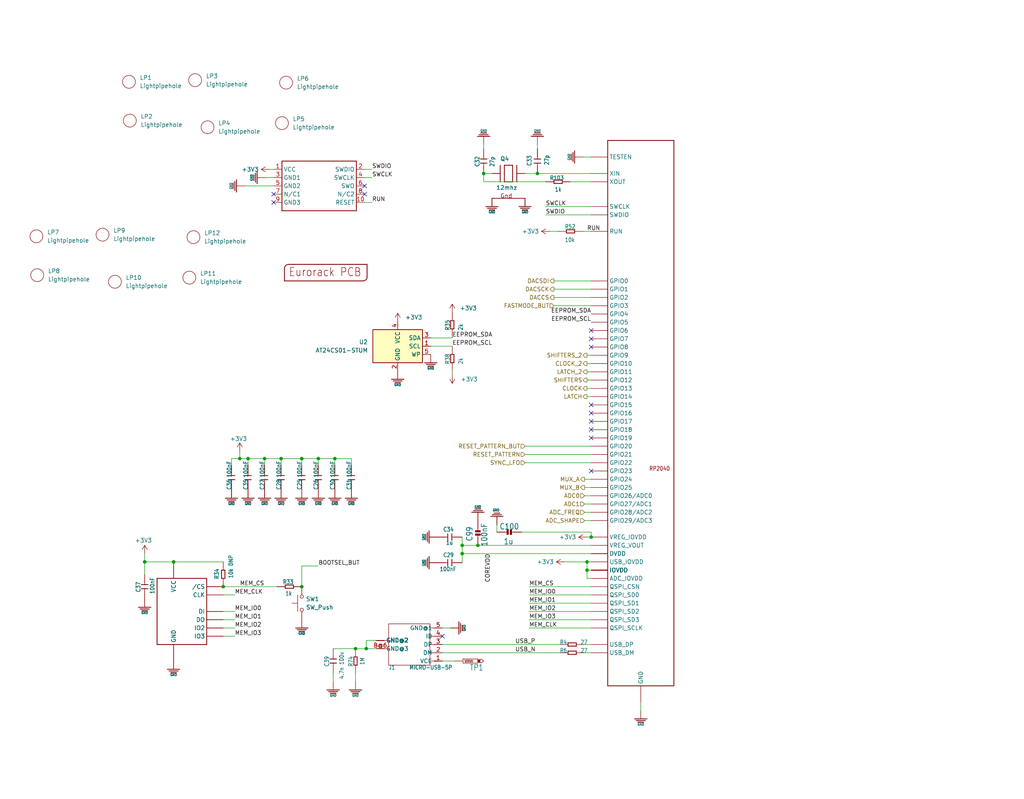
<source format=kicad_sch>
(kicad_sch (version 20211123) (generator eeschema)
  (paper "User" 314.579 245.694)
  (lib_symbols
    (symbol "Memory_EEPROM:AT24CS01-STUM"
      (property "Reference" "U" (at -7.62 6.35 0))
      (property "Value" "AT24CS01-STUM" (at 2.54 -6.35 0))
      (symbol "AT24CS01-STUM_1_1"
        (rectangle (start -7.62 5.08) (end 7.62 -5.08) (stroke (width 0.254)) (fill (type background)))
        (pin input line (at 10.16 0 180) (length 2.54) (name "SCL") (number "1"))
        (pin power_in line (at 0 -7.62 90) (length 2.54) (name "GND") (number "2"))
        (pin bidirectional line (at 10.16 2.54 180) (length 2.54) (name "SDA") (number "3"))
        (pin power_in line (at 0 7.62 270) (length 2.54) (name "VCC") (number "4"))
        (pin input line (at 10.16 -2.54 180) (length 2.54) (name "WP") (number "5"))
      )
    )
    (symbol "PTR1B1,27_1"
      (property "Reference" "TP" (at -1.016 -6.35 90))
      (symbol "PTR1B1,27_1_1_0"
        (rectangle (start -0.381 -5.207) (end 0.381 -4.572) (fill (type outline)))
        (polyline (pts (xy -0.635 0) (xy -0.635 -4.572)) (stroke (width 0.1524)))
        (polyline (pts (xy -0.508 -5.715) (xy 0 -6.35)) (stroke (width 0.1524)))
        (polyline (pts (xy -0.508 -5.207) (xy -0.508 -5.715)) (stroke (width 0.1524)))
        (polyline (pts (xy -0.381 -2.794) (xy 0.381 -2.54)) (stroke (width 0.1524)))
        (polyline (pts (xy -0.381 -2.286) (xy 0.381 -2.032)) (stroke (width 0.1524)))
        (polyline (pts (xy -0.381 -1.778) (xy 0.381 -1.524)) (stroke (width 0.1524)))
        (polyline (pts (xy -0.381 -1.27) (xy 0.381 -1.016)) (stroke (width 0.1524)))
        (polyline (pts (xy -0.381 -0.762) (xy 0.381 -0.508)) (stroke (width 0.1524)))
        (polyline (pts (xy 0 -6.35) (xy 0.508 -5.715)) (stroke (width 0.1524)))
        (polyline (pts (xy 0.381 -3.048) (xy -0.381 -2.794)) (stroke (width 0.1524)))
        (polyline (pts (xy 0.381 -2.54) (xy -0.381 -2.286)) (stroke (width 0.1524)))
        (polyline (pts (xy 0.381 -2.032) (xy -0.381 -1.778)) (stroke (width 0.1524)))
        (polyline (pts (xy 0.381 -1.524) (xy -0.381 -1.27)) (stroke (width 0.1524)))
        (polyline (pts (xy 0.381 -1.016) (xy -0.381 -0.762)) (stroke (width 0.1524)))
        (polyline (pts (xy 0.508 -5.715) (xy 0.508 -5.207)) (stroke (width 0.1524)))
        (polyline (pts (xy 0.508 -5.207) (xy -0.508 -5.207)) (stroke (width 0.1524)))
        (polyline (pts (xy 0.635 -4.572) (xy -0.635 -4.572)) (stroke (width 0.1524)))
        (polyline (pts (xy 0.635 -4.572) (xy 0.635 0)) (stroke (width 0.1524)))
        (polyline (pts (xy 0.635 0) (xy -0.635 0)) (stroke (width 0.1524)))
        (pin input line (at 0 2.54 270) (length 2.54) (name "TP") (number "TP"))
      )
    )
    (symbol "Switch:SW_Push" (pin_numbers hide) (pin_names (offset 1.016) hide)
      (property "Reference" "SW" (at 1.27 2.54 0))
      (property "Value" "SW_Push" (at 0 -1.524 0))
      (symbol "SW_Push_0_1"
        (circle (center -2.032 0) (radius 0.508))
        (polyline (pts (xy 0 1.27) (xy 0 3.048)))
        (polyline (pts (xy 2.54 1.27) (xy -2.54 1.27)))
        (circle (center 2.032 0) (radius 0.508))
        (pin passive line (at -5.08 0 0) (length 2.54) (name "1") (number "1"))
        (pin passive line (at 5.08 0 180) (length 2.54) (name "2") (number "2"))
      )
    )
    (symbol "TINRS - Wobbler (pico)sch-eagle-import:C-0402"
      (property "Reference" "C" (at -3.81 0 0))
      (property "Value" "C-0402" (at 0 0 0))
      (symbol "C-0402_1_0"
        (polyline (pts (xy -1.27 0) (xy -0.635 0)) (stroke (width 0.1524)))
        (polyline (pts (xy -0.635 -1.016) (xy -0.635 0)) (stroke (width 0.254)))
        (polyline (pts (xy -0.635 0) (xy -0.635 1.016)) (stroke (width 0.254)))
        (polyline (pts (xy 0.635 0) (xy 0.635 -1.016)) (stroke (width 0.254)))
        (polyline (pts (xy 0.635 0) (xy 1.27 0)) (stroke (width 0.1524)))
        (polyline (pts (xy 0.635 1.016) (xy 0.635 0)) (stroke (width 0.254)))
        (pin passive line (at -3.81 0 0) (length 2.54) (name "1") (number "1"))
        (pin passive line (at 3.81 0 180) (length 2.54) (name "2") (number "2"))
      )
    )
    (symbol "TINRS - Wobbler (pico)sch-eagle-import:C-1206"
      (property "Reference" "C" (at -3.81 0 0))
      (property "Value" "C-1206" (at 0 0 0))
      (symbol "C-1206_1_0"
        (polyline (pts (xy -1.27 0) (xy -0.635 0)) (stroke (width 0.1524)))
        (polyline (pts (xy -0.635 -1.016) (xy -0.635 0)) (stroke (width 0.254)))
        (polyline (pts (xy -0.635 0) (xy -0.635 1.016)) (stroke (width 0.254)))
        (polyline (pts (xy 0.635 0) (xy 0.635 -1.016)) (stroke (width 0.254)))
        (polyline (pts (xy 0.635 0) (xy 1.27 0)) (stroke (width 0.1524)))
        (polyline (pts (xy 0.635 1.016) (xy 0.635 0)) (stroke (width 0.254)))
        (pin passive line (at -3.81 0 0) (length 2.54) (name "1") (number "1"))
        (pin passive line (at 3.81 0 180) (length 2.54) (name "2") (number "2"))
      )
    )
    (symbol "TINRS - Wobbler (pico)sch-eagle-import:C-EUC0402"
      (property "Reference" "C" (at 1.524 0.381 0))
      (property "Value" "C-EUC0402" (at 1.524 -4.699 0))
      (symbol "C-EUC0402_1_0"
        (rectangle (start -0.762 -2.032) (end 0.762 -1.524) (fill (type outline)))
        (rectangle (start -0.762 -1.016) (end 0.762 -0.508) (fill (type outline)))
        (polyline (pts (xy 0 -2.54) (xy 0 -2.032)) (stroke (width 0.1524)))
        (polyline (pts (xy 0 0) (xy 0 -0.508)) (stroke (width 0.1524)))
        (pin passive line (at 0 2.54 270) (length 2.54) (name "1") (number "1"))
        (pin passive line (at 0 -5.08 90) (length 2.54) (name "2") (number "2"))
      )
    )
    (symbol "TINRS - Wobbler (pico)sch-eagle-import:CORTEX_SWD"
      (symbol "CORTEX_SWD_1_0"
        (polyline (pts (xy -10.16 -7.62) (xy 12.7 -7.62)) (stroke (width 0.254)))
        (polyline (pts (xy -10.16 7.62) (xy -10.16 -7.62)) (stroke (width 0.254)))
        (polyline (pts (xy 12.7 -7.62) (xy 12.7 7.62)) (stroke (width 0.254)))
        (polyline (pts (xy 12.7 7.62) (xy -10.16 7.62)) (stroke (width 0.254)))
        (pin bidirectional line (at -12.7 5.08 0) (length 2.54) (name "VCC") (number "1"))
        (pin bidirectional line (at 15.24 -5.08 180) (length 2.54) (name "RESET") (number "10"))
        (pin bidirectional line (at 15.24 5.08 180) (length 2.54) (name "SWDIO") (number "2"))
        (pin bidirectional line (at -12.7 2.54 0) (length 2.54) (name "GND1") (number "3"))
        (pin bidirectional line (at 15.24 2.54 180) (length 2.54) (name "SWCLK") (number "4"))
        (pin bidirectional line (at -12.7 0 0) (length 2.54) (name "GND2") (number "5"))
        (pin bidirectional line (at 15.24 0 180) (length 2.54) (name "SWO") (number "6"))
        (pin bidirectional line (at -12.7 -2.54 0) (length 2.54) (name "N/C1") (number "7"))
        (pin bidirectional line (at 15.24 -2.54 180) (length 2.54) (name "N/C2") (number "8"))
        (pin bidirectional line (at -12.7 -5.08 0) (length 2.54) (name "GND3") (number "9"))
      )
    )
    (symbol "TINRS - Wobbler (pico)sch-eagle-import:EURORACK_PCB12HP"
      (symbol "EURORACK_PCB12HP_1_0"
        (polyline (pts (xy -1.27 -1.27) (xy 22.86 -1.27)) (stroke (width 0.254)))
        (polyline (pts (xy -1.27 2.54) (xy -1.27 -1.27)) (stroke (width 0.254)))
        (polyline (pts (xy 24.13 0) (xy 24.13 3.81)) (stroke (width 0.254)))
        (polyline (pts (xy 24.13 3.81) (xy 0 3.81)) (stroke (width 0.254)))
        (arc (start 0 3.81) (mid -0.898 3.438) (end -1.27 2.54) (stroke (width 0.254)))
        (arc (start 22.86 -1.27) (mid 23.758 -0.898) (end 24.13 0) (stroke (width 0.254)))
        (text "Eurorack PCB" (at 0 0 0) (effects (font (size 2.54 2.159)) (justify left bottom)))
      )
    )
    (symbol "TINRS - Wobbler (pico)sch-eagle-import:GND" (power)
      (property "Value" "GND" (at 0 -1.27 0))
      (symbol "GND_1_0"
        (polyline (pts (xy -1.905 0) (xy 1.905 0)) (stroke (width 0.254)))
        (polyline (pts (xy -1.397 -0.508) (xy 1.397 -0.508)) (stroke (width 0.254)))
        (polyline (pts (xy -0.889 -1.016) (xy 0.889 -1.016)) (stroke (width 0.254)))
        (pin power_in line (at 0 2.54 270) (length 2.54) (name "GND") (number "1"))
      )
    )
    (symbol "TINRS - Wobbler (pico)sch-eagle-import:Lightpipehole" (pin_numbers hide) (pin_names (offset 0) hide)
      (property "Reference" "LP" (at 0 0 0))
      (property "Value" "Lightpipehole" (at 0 -3.048 0))
      (symbol "Lightpipehole_0_1"
        (circle (center 0 0) (radius 1.9838))
      )
    )
    (symbol "TINRS - Wobbler (pico)sch-eagle-import:MICRO-USB-5P"
      (property "Reference" "J" (at -6.35 6.35 0))
      (property "Value" "MICRO-USB-5P" (at 0 6.35 0))
      (symbol "MICRO-USB-5P_1_0"
        (polyline (pts (xy -7.62 -1.27) (xy -6.35 -1.27)) (stroke (width 0.1524)))
        (polyline (pts (xy -7.62 1.27) (xy -6.35 1.27)) (stroke (width 0.1524)))
        (polyline (pts (xy -6.35 -6.35) (xy 6.35 -6.35)) (stroke (width 0.1524)))
        (polyline (pts (xy -6.35 -1.27) (xy -6.35 -6.35)) (stroke (width 0.1524)))
        (polyline (pts (xy -6.35 1.27) (xy -6.35 -1.27)) (stroke (width 0.1524)))
        (polyline (pts (xy -6.35 6.35) (xy -6.35 1.27)) (stroke (width 0.1524)))
        (polyline (pts (xy 6.35 -6.35) (xy 6.35 -5.08)) (stroke (width 0.1524)))
        (polyline (pts (xy 6.35 -5.08) (xy 6.35 -2.54)) (stroke (width 0.1524)))
        (polyline (pts (xy 6.35 -5.08) (xy 7.62 -5.08)) (stroke (width 0.1524)))
        (polyline (pts (xy 6.35 -2.54) (xy 6.35 0)) (stroke (width 0.1524)))
        (polyline (pts (xy 6.35 -2.54) (xy 7.62 -2.54)) (stroke (width 0.1524)))
        (polyline (pts (xy 6.35 0) (xy 6.35 2.54)) (stroke (width 0.1524)))
        (polyline (pts (xy 6.35 0) (xy 7.62 0)) (stroke (width 0.1524)))
        (polyline (pts (xy 6.35 2.54) (xy 6.35 5.08)) (stroke (width 0.1524)))
        (polyline (pts (xy 6.35 2.54) (xy 7.62 2.54)) (stroke (width 0.1524)))
        (polyline (pts (xy 6.35 5.08) (xy 6.35 6.35)) (stroke (width 0.1524)))
        (polyline (pts (xy 6.35 5.08) (xy 8.89 5.08)) (stroke (width 0.1524)))
        (polyline (pts (xy 6.35 6.35) (xy -6.35 6.35)) (stroke (width 0.1524)))
        (pin bidirectional line (at 10.16 5.08 180) (length 2.54) (name "VCC") (number "1"))
        (pin bidirectional line (at 10.16 2.54 180) (length 2.54) (name "DM") (number "2"))
        (pin bidirectional line (at 10.16 0 180) (length 2.54) (name "DP") (number "3"))
        (pin bidirectional line (at 10.16 -2.54 180) (length 2.54) (name "ID") (number "4"))
        (pin bidirectional line (at 10.16 -5.08 180) (length 2.54) (name "GND@1") (number "5"))
        (pin bidirectional line (at -10.16 -1.27 0) (length 2.54) (name "GND@2") (number "B@1"))
        (pin bidirectional line (at -10.16 -1.27 0) (length 2.54) (name "GND@2") (number "B@10"))
        (pin bidirectional line (at -10.16 -1.27 0) (length 2.54) (name "GND@2") (number "B@11"))
        (pin bidirectional line (at -10.16 -1.27 0) (length 2.54) (name "GND@2") (number "B@12"))
        (pin bidirectional line (at -10.16 -1.27 0) (length 2.54) (name "GND@2") (number "B@2"))
        (pin bidirectional line (at -10.16 -1.27 0) (length 2.54) (name "GND@2") (number "B@3"))
        (pin bidirectional line (at -10.16 -1.27 0) (length 2.54) (name "GND@2") (number "B@4"))
        (pin bidirectional line (at -10.16 -1.27 0) (length 2.54) (name "GND@2") (number "B@5"))
        (pin bidirectional line (at -10.16 1.27 0) (length 2.54) (name "GND@3") (number "B@6"))
        (pin bidirectional line (at -10.16 -1.27 0) (length 2.54) (name "GND@2") (number "B@7"))
        (pin bidirectional line (at -10.16 -1.27 0) (length 2.54) (name "GND@2") (number "B@8"))
        (pin bidirectional line (at -10.16 -1.27 0) (length 2.54) (name "GND@2") (number "B@9"))
      )
    )
    (symbol "TINRS - Wobbler (pico)sch-eagle-import:R-0402"
      (property "Reference" "R" (at -3.81 0 0))
      (property "Value" "R-0402" (at 2.54 0 0))
      (symbol "R-0402_1_0"
        (polyline (pts (xy -1.27 -0.508) (xy -1.27 0.508)) (stroke (width 0.254)))
        (polyline (pts (xy -1.27 0.508) (xy 1.27 0.508)) (stroke (width 0.254)))
        (polyline (pts (xy 1.27 -0.508) (xy -1.27 -0.508)) (stroke (width 0.254)))
        (polyline (pts (xy 1.27 0.508) (xy 1.27 -0.508)) (stroke (width 0.254)))
        (pin passive line (at -3.81 0 0) (length 2.54) (name "1") (number "1"))
        (pin passive line (at 3.81 0 180) (length 2.54) (name "2") (number "2"))
      )
    )
    (symbol "TINRS - Wobbler (pico)sch-eagle-import:R-0603"
      (property "Reference" "R" (at -3.81 0 0))
      (property "Value" "R-0603" (at 2.54 0 0))
      (symbol "R-0603_1_0"
        (polyline (pts (xy -1.27 -0.508) (xy -1.27 0.508)) (stroke (width 0.254)))
        (polyline (pts (xy -1.27 0.508) (xy 1.27 0.508)) (stroke (width 0.254)))
        (polyline (pts (xy 1.27 -0.508) (xy -1.27 -0.508)) (stroke (width 0.254)))
        (polyline (pts (xy 1.27 0.508) (xy 1.27 -0.508)) (stroke (width 0.254)))
        (pin passive line (at -3.81 0 0) (length 2.54) (name "1") (number "1"))
        (pin passive line (at 3.81 0 180) (length 2.54) (name "2") (number "2"))
      )
    )
    (symbol "TINRS - Wobbler (pico)sch-eagle-import:RP2040"
      (symbol "RP2040_1_0"
        (polyline (pts (xy -12.7 -66.04) (xy 7.62 -66.04)) (stroke (width 0.254)))
        (polyline (pts (xy -12.7 101.6) (xy -12.7 -66.04)) (stroke (width 0.254)))
        (polyline (pts (xy 7.62 -66.04) (xy 7.62 101.6)) (stroke (width 0.254)))
        (polyline (pts (xy 7.62 101.6) (xy -12.7 101.6)) (stroke (width 0.254)))
        (text "RP2040" (at 0 0 0) (effects (font (size 1.27 1.0795)) (justify left bottom)))
        (pin bidirectional line (at -2.54 -71.12 90) (length 5.08) (name "GND") (number "GND"))
        (pin bidirectional line (at -17.78 -30.48 0) (length 5.08) (name "IOVDD") (number "P$1"))
        (pin bidirectional line (at -17.78 -30.48 0) (length 5.08) (name "IOVDD") (number "P$10"))
        (pin bidirectional line (at -17.78 38.1 0) (length 5.08) (name "GPIO8") (number "P$11"))
        (pin bidirectional line (at -17.78 35.56 0) (length 5.08) (name "GPIO9") (number "P$12"))
        (pin bidirectional line (at -17.78 33.02 0) (length 5.08) (name "GPIO10") (number "P$13"))
        (pin bidirectional line (at -17.78 30.48 0) (length 5.08) (name "GPIO11") (number "P$14"))
        (pin bidirectional line (at -17.78 27.94 0) (length 5.08) (name "GPIO12") (number "P$15"))
        (pin bidirectional line (at -17.78 25.4 0) (length 5.08) (name "GPIO13") (number "P$16"))
        (pin bidirectional line (at -17.78 22.86 0) (length 5.08) (name "GPIO14") (number "P$17"))
        (pin bidirectional line (at -17.78 20.32 0) (length 5.08) (name "GPIO15") (number "P$18"))
        (pin bidirectional line (at -17.78 96.52 0) (length 5.08) (name "TESTEN") (number "P$19"))
        (pin bidirectional line (at -17.78 58.42 0) (length 5.08) (name "GPIO0") (number "P$2"))
        (pin bidirectional line (at -17.78 91.44 0) (length 5.08) (name "XIN") (number "P$20"))
        (pin bidirectional line (at -17.78 88.9 0) (length 5.08) (name "XOUT") (number "P$21"))
        (pin bidirectional line (at -17.78 -30.48 0) (length 5.08) (name "IOVDD") (number "P$22"))
        (pin bidirectional line (at -17.78 -25.4 0) (length 5.08) (name "DVDD") (number "P$23"))
        (pin bidirectional line (at -17.78 81.28 0) (length 5.08) (name "SWCLK") (number "P$24"))
        (pin bidirectional line (at -17.78 78.74 0) (length 5.08) (name "SWDIO") (number "P$25"))
        (pin bidirectional line (at -17.78 73.66 0) (length 5.08) (name "RUN") (number "P$26"))
        (pin bidirectional line (at -17.78 17.78 0) (length 5.08) (name "GPIO16") (number "P$27"))
        (pin bidirectional line (at -17.78 15.24 0) (length 5.08) (name "GPIO17") (number "P$28"))
        (pin bidirectional line (at -17.78 12.7 0) (length 5.08) (name "GPIO18") (number "P$29"))
        (pin bidirectional line (at -17.78 55.88 0) (length 5.08) (name "GPIO1") (number "P$3"))
        (pin bidirectional line (at -17.78 10.16 0) (length 5.08) (name "GPIO19") (number "P$30"))
        (pin bidirectional line (at -17.78 7.62 0) (length 5.08) (name "GPIO20") (number "P$31"))
        (pin bidirectional line (at -17.78 5.08 0) (length 5.08) (name "GPIO21") (number "P$32"))
        (pin bidirectional line (at -17.78 -30.48 0) (length 5.08) (name "IOVDD") (number "P$33"))
        (pin bidirectional line (at -17.78 2.54 0) (length 5.08) (name "GPIO22") (number "P$34"))
        (pin bidirectional line (at -17.78 0 0) (length 5.08) (name "GPIO23") (number "P$35"))
        (pin bidirectional line (at -17.78 -2.54 0) (length 5.08) (name "GPIO24") (number "P$36"))
        (pin bidirectional line (at -17.78 -5.08 0) (length 5.08) (name "GPIO25") (number "P$37"))
        (pin bidirectional line (at -17.78 -7.62 0) (length 5.08) (name "GPIO26/ADC0") (number "P$38"))
        (pin bidirectional line (at -17.78 -10.16 0) (length 5.08) (name "GPIO27/ADC1") (number "P$39"))
        (pin bidirectional line (at -17.78 53.34 0) (length 5.08) (name "GPIO2") (number "P$4"))
        (pin bidirectional line (at -17.78 -12.7 0) (length 5.08) (name "GPIO28/ADC2") (number "P$40"))
        (pin bidirectional line (at -17.78 -15.24 0) (length 5.08) (name "GPIO29/ADC3") (number "P$41"))
        (pin bidirectional line (at -17.78 -30.48 0) (length 5.08) (name "IOVDD") (number "P$42"))
        (pin bidirectional line (at -17.78 -33.02 0) (length 5.08) (name "ADC_IOVDD") (number "P$43"))
        (pin bidirectional line (at -17.78 -20.32 0) (length 5.08) (name "VREG_IOVDD") (number "P$44"))
        (pin bidirectional line (at -17.78 -22.86 0) (length 5.08) (name "VREG_VOUT") (number "P$45"))
        (pin bidirectional line (at -17.78 -55.88 0) (length 5.08) (name "USB_DM") (number "P$46"))
        (pin bidirectional line (at -17.78 -53.34 0) (length 5.08) (name "USB_DP") (number "P$47"))
        (pin bidirectional line (at -17.78 -27.94 0) (length 5.08) (name "USB_IOVDD") (number "P$48"))
        (pin bidirectional line (at -17.78 -30.48 0) (length 5.08) (name "IOVDD") (number "P$49"))
        (pin bidirectional line (at -17.78 50.8 0) (length 5.08) (name "GPIO3") (number "P$5"))
        (pin bidirectional line (at -17.78 -25.4 0) (length 5.08) (name "DVDD") (number "P$50"))
        (pin bidirectional line (at -17.78 -45.72 0) (length 5.08) (name "QSPI_SD3") (number "P$51"))
        (pin bidirectional line (at -17.78 -48.26 0) (length 5.08) (name "QSPI_SCLK") (number "P$52"))
        (pin bidirectional line (at -17.78 -38.1 0) (length 5.08) (name "QSPI_SD0") (number "P$53"))
        (pin bidirectional line (at -17.78 -43.18 0) (length 5.08) (name "QSPI_SD2") (number "P$54"))
        (pin bidirectional line (at -17.78 -40.64 0) (length 5.08) (name "QSPI_SD1") (number "P$55"))
        (pin bidirectional line (at -17.78 -35.56 0) (length 5.08) (name "QSPI_CSN") (number "P$56"))
        (pin bidirectional line (at -17.78 48.26 0) (length 5.08) (name "GPIO4") (number "P$6"))
        (pin bidirectional line (at -17.78 45.72 0) (length 5.08) (name "GPIO5") (number "P$7"))
        (pin bidirectional line (at -17.78 43.18 0) (length 5.08) (name "GPIO6") (number "P$8"))
        (pin bidirectional line (at -17.78 40.64 0) (length 5.08) (name "GPIO7") (number "P$9"))
      )
    )
    (symbol "TINRS - Wobbler (pico)sch-eagle-import:W25Q128JVSIQ"
      (symbol "W25Q128JVSIQ_1_0"
        (polyline (pts (xy -10.16 -10.16) (xy 5.08 -10.16)) (stroke (width 0.254)))
        (polyline (pts (xy -10.16 10.16) (xy -10.16 -10.16)) (stroke (width 0.254)))
        (polyline (pts (xy 5.08 -10.16) (xy 5.08 10.16)) (stroke (width 0.254)))
        (polyline (pts (xy 5.08 10.16) (xy -10.16 10.16)) (stroke (width 0.254)))
        (pin bidirectional line (at -15.24 7.62 0) (length 5.08) (name "/CS") (number "1"))
        (pin bidirectional line (at -15.24 -2.54 0) (length 5.08) (name "DO") (number "2"))
        (pin bidirectional line (at -15.24 -5.08 0) (length 5.08) (name "IO2") (number "3"))
        (pin bidirectional line (at 0 -15.24 90) (length 5.08) (name "GND") (number "4"))
        (pin bidirectional line (at -15.24 0 0) (length 5.08) (name "DI") (number "5"))
        (pin bidirectional line (at -15.24 5.08 0) (length 5.08) (name "CLK") (number "6"))
        (pin bidirectional line (at -15.24 -7.62 0) (length 5.08) (name "IO3") (number "7"))
        (pin bidirectional line (at 0 15.24 270) (length 5.08) (name "VCC") (number "8"))
      )
    )
    (symbol "TINRS - Wobbler (pico)sch-eagle-import:XTAL-4-3225"
      (property "Reference" "Q" (at -2.54 3.81 0))
      (property "Value" "XTAL-4-3225" (at -3.81 -5.08 0))
      (symbol "XTAL-4-3225_1_0"
        (polyline (pts (xy -2.54 2.54) (xy -2.54 -2.54)) (stroke (width 0.254)))
        (polyline (pts (xy -1.27 -2.54) (xy 1.27 -2.54)) (stroke (width 0.254)))
        (polyline (pts (xy -1.27 2.54) (xy -1.27 -2.54)) (stroke (width 0.254)))
        (polyline (pts (xy 1.27 -2.54) (xy 1.27 2.54)) (stroke (width 0.254)))
        (polyline (pts (xy 1.27 2.54) (xy -1.27 2.54)) (stroke (width 0.254)))
        (polyline (pts (xy 2.54 2.54) (xy 2.54 -2.54)) (stroke (width 0.254)))
        (text "Gnd" (at -2.54 -7.62 0) (effects (font (size 1.27 1.27)) (justify left bottom)))
        (pin bidirectional line (at -5.08 0 0) (length 2.54) (name "X1") (number "1"))
        (pin power_in line (at 5.08 -7.62 180) (length 5.08) (name "G2") (number "2"))
        (pin bidirectional line (at 5.08 0 180) (length 2.54) (name "X2") (number "3"))
        (pin power_in line (at -5.08 -7.62 0) (length 5.08) (name "G1") (number "4"))
      )
    )
    (symbol "power:+3.3V" (power) (pin_names (offset 0))
      (property "Value" "+3.3V" (at 0 3.556 0))
      (symbol "+3.3V_0_1"
        (polyline (pts (xy -0.762 1.27) (xy 0 2.54)))
        (polyline (pts (xy 0 0) (xy 0 2.54)))
        (polyline (pts (xy 0 2.54) (xy 0.762 1.27)))
      )
      (symbol "+3.3V_1_1"
        (pin power_in line (at 0 0 90) (length 0) hide (name "+3V3") (number "1"))
      )
    )
  )
  (junction (at 73.66 140.97))
  (junction (at 53.34 172.72))
  (junction (at 102.87 140.97))
  (junction (at 86.36 140.97))
  (junction (at 148.59 53.34))
  (junction (at 141.986 167.64))
  (junction (at 81.28 140.97))
  (junction (at 146.812 167.64))
  (junction (at 112.522 199.39))
  (junction (at 92.71 180.34))
  (junction (at 97.79 140.97))
  (junction (at 181.61 165.1))
  (junction (at 68.58 180.34))
  (junction (at 180.34 172.72))
  (junction (at 92.71 140.97))
  (junction (at 44.45 172.72))
  (junction (at 165.1 53.34))
  (junction (at 141.986 170.18))
  (junction (at 109.22 199.39))
  (junction (at 180.34 175.26))
  (junction (at 76.2 140.97))
  (no_connect (at 181.61 104.14))
  (no_connect (at 181.61 106.68))
  (no_connect (at 181.61 101.6))
  (no_connect (at 181.61 134.62))
  (no_connect (at 181.61 132.08))
  (no_connect (at 181.61 129.54))
  (no_connect (at 181.61 127))
  (no_connect (at 181.61 124.46))
  (no_connect (at 135.89 195.58))
  (no_connect (at 181.61 144.78))
  (no_connect (at 112.014 59.69))
  (no_connect (at 112.014 57.15))
  (no_connect (at 84.074 62.23))
  (no_connect (at 84.074 59.69))
  (wire (pts (xy 68.58 187.96) (xy 72.136 187.96)))
  (wire (pts (xy 167.64 66.04) (xy 181.61 66.04)))
  (wire (pts (xy 102.87 140.97) (xy 107.95 140.97)))
  (wire (pts (xy 180.34 165.1) (xy 181.61 165.1)))
  (wire (pts (xy 97.79 140.97) (xy 102.87 140.97)))
  (wire (pts (xy 171.958 200.66) (xy 135.89 200.66)))
  (wire (pts (xy 112.522 196.85) (xy 112.522 199.39)))
  (wire (pts (xy 179.578 200.66) (xy 181.61 200.66)))
  (wire (pts (xy 181.61 157.48) (xy 179.578 157.48)))
  (wire (pts (xy 138.938 103.886) (xy 138.938 103.632)))
  (wire (pts (xy 165.1 53.34) (xy 181.61 53.34)))
  (wire (pts (xy 181.61 139.7) (xy 161.29 139.7)))
  (wire (pts (xy 112.522 196.85) (xy 115.57 196.85)))
  (wire (pts (xy 180.34 109.22) (xy 181.61 109.22)))
  (wire (pts (xy 148.59 55.88) (xy 148.59 53.34)))
  (wire (pts (xy 68.58 193.04) (xy 72.136 193.04)))
  (wire (pts (xy 107.95 140.97) (xy 107.95 143.002)))
  (wire (pts (xy 180.34 175.26) (xy 180.34 177.8)))
  (wire (pts (xy 160.274 163.576) (xy 181.61 163.576)))
  (wire (pts (xy 181.61 147.32) (xy 179.578 147.32)))
  (wire (pts (xy 86.36 143.002) (xy 86.36 140.97)))
  (wire (pts (xy 139.7 203.2) (xy 135.89 203.2)))
  (wire (pts (xy 181.61 149.86) (xy 179.578 149.86)))
  (wire (pts (xy 148.59 53.34) (xy 151.13 53.34)))
  (wire (pts (xy 181.61 88.9) (xy 170.18 88.9)))
  (wire (pts (xy 141.986 167.64) (xy 141.986 165.1)))
  (wire (pts (xy 112.522 199.39) (xy 115.57 199.39)))
  (wire (pts (xy 141.986 170.18) (xy 181.61 170.18)))
  (wire (pts (xy 109.22 207.01) (xy 109.22 209.55)))
  (wire (pts (xy 181.61 193.04) (xy 162.56 193.04)))
  (wire (pts (xy 76.2 143.002) (xy 76.2 140.97)))
  (wire (pts (xy 181.61 185.42) (xy 162.56 185.42)))
  (wire (pts (xy 152.654 161.29) (xy 152.654 163.576)))
  (wire (pts (xy 146.812 167.64) (xy 141.986 167.64)))
  (wire (pts (xy 132.334 106.426) (xy 138.938 106.426)))
  (wire (pts (xy 112.014 52.07) (xy 114.3 52.07)))
  (wire (pts (xy 73.66 140.97) (xy 71.12 140.97)))
  (wire (pts (xy 68.58 190.5) (xy 72.136 190.5)))
  (wire (pts (xy 102.87 143.002) (xy 102.87 140.97)))
  (wire (pts (xy 161.29 53.34) (xy 165.1 53.34)))
  (wire (pts (xy 181.61 160.02) (xy 179.578 160.02)))
  (wire (pts (xy 44.45 172.72) (xy 53.34 172.72)))
  (wire (pts (xy 180.34 116.84) (xy 181.61 116.84)))
  (wire (pts (xy 82.804 52.07) (xy 84.074 52.07)))
  (wire (pts (xy 102.362 207.01) (xy 102.362 209.55)))
  (wire (pts (xy 179.578 198.12) (xy 181.61 198.12)))
  (wire (pts (xy 180.34 172.72) (xy 181.61 172.72)))
  (wire (pts (xy 165.1 44.45) (xy 165.1 45.72)))
  (wire (pts (xy 180.34 121.92) (xy 181.61 121.92)))
  (wire (pts (xy 181.61 163.576) (xy 181.61 165.1)))
  (wire (pts (xy 171.958 198.12) (xy 135.89 198.12)))
  (wire (pts (xy 141.986 170.18) (xy 141.986 167.64)))
  (wire (pts (xy 179.07 48.26) (xy 181.61 48.26)))
  (wire (pts (xy 196.85 218.44) (xy 196.85 215.9)))
  (wire (pts (xy 92.71 173.99) (xy 92.71 180.34)))
  (wire (pts (xy 171.45 71.12) (xy 168.91 71.12)))
  (wire (pts (xy 181.61 182.88) (xy 162.56 182.88)))
  (wire (pts (xy 81.28 143.002) (xy 81.28 140.97)))
  (wire (pts (xy 181.61 86.36) (xy 170.18 86.36)))
  (wire (pts (xy 181.61 142.24) (xy 161.29 142.24)))
  (wire (pts (xy 180.34 177.8) (xy 181.61 177.8)))
  (wire (pts (xy 180.34 172.72) (xy 180.34 175.26)))
  (wire (pts (xy 180.34 119.38) (xy 181.61 119.38)))
  (wire (pts (xy 180.34 175.26) (xy 181.61 175.26)))
  (wire (pts (xy 181.61 63.5) (xy 167.64 63.5)))
  (wire (pts (xy 181.61 187.96) (xy 162.56 187.96)))
  (wire (pts (xy 92.71 143.002) (xy 92.71 140.97)))
  (wire (pts (xy 181.61 93.98) (xy 170.18 93.98)))
  (wire (pts (xy 181.61 137.16) (xy 161.29 137.16)))
  (wire (pts (xy 132.334 103.886) (xy 138.938 103.886)))
  (wire (pts (xy 112.014 62.23) (xy 114.3 62.23)))
  (wire (pts (xy 102.362 199.39) (xy 109.22 199.39)))
  (wire (pts (xy 68.58 180.34) (xy 85.09 180.34)))
  (wire (pts (xy 92.71 140.97) (xy 97.79 140.97)))
  (wire (pts (xy 112.014 54.61) (xy 114.3 54.61)))
  (wire (pts (xy 44.45 170.18) (xy 44.45 172.72)))
  (wire (pts (xy 146.812 167.64) (xy 181.61 167.64)))
  (wire (pts (xy 81.28 140.97) (xy 86.36 140.97)))
  (wire (pts (xy 181.61 114.3) (xy 180.34 114.3)))
  (wire (pts (xy 109.22 199.39) (xy 112.522 199.39)))
  (wire (pts (xy 86.36 140.97) (xy 92.71 140.97)))
  (wire (pts (xy 141.986 172.974) (xy 141.986 170.18)))
  (wire (pts (xy 73.66 140.97) (xy 76.2 140.97)))
  (wire (pts (xy 167.64 55.88) (xy 148.59 55.88)))
  (wire (pts (xy 181.61 154.94) (xy 179.578 154.94)))
  (wire (pts (xy 53.34 172.72) (xy 68.58 172.72)))
  (wire (pts (xy 179.07 71.12) (xy 181.61 71.12)))
  (wire (pts (xy 181.61 55.88) (xy 175.26 55.88)))
  (wire (pts (xy 181.61 180.34) (xy 162.56 180.34)))
  (wire (pts (xy 181.61 152.4) (xy 179.578 152.4)))
  (wire (pts (xy 97.79 143.002) (xy 97.79 140.97)))
  (wire (pts (xy 181.61 111.76) (xy 180.34 111.76)))
  (wire (pts (xy 68.58 182.88) (xy 72.136 182.88)))
  (wire (pts (xy 138.43 193.04) (xy 135.89 193.04)))
  (wire (pts (xy 173.482 172.72) (xy 180.34 172.72)))
  (wire (pts (xy 44.45 172.72) (xy 44.45 176.53)))
  (wire (pts (xy 97.79 173.99) (xy 92.71 173.99)))
  (wire (pts (xy 138.938 115.316) (xy 138.938 114.046)))
  (wire (pts (xy 71.12 140.97) (xy 71.12 143.002)))
  (wire (pts (xy 76.2 140.97) (xy 81.28 140.97)))
  (wire (pts (xy 84.074 57.15) (xy 75.184 57.15)))
  (wire (pts (xy 68.58 195.58) (xy 72.136 195.58)))
  (wire (pts (xy 73.66 138.684) (xy 73.66 140.97)))
  (wire (pts (xy 181.61 190.5) (xy 162.56 190.5)))
  (wire (pts (xy 181.61 91.44) (xy 170.18 91.44)))
  (wire (pts (xy 84.074 54.61) (xy 81.534 54.61)))
  (wire (pts (xy 148.59 44.45) (xy 148.59 45.72)))
  (label "USB_N" (at 158.242 200.66 0))
  (label "MEM_CS" (at 162.56 180.34 0) (effects (font (size 1.2446 1.2446))))
  (label "BOOTSEL_BUT" (at 97.79 173.99 0) (effects (font (size 1.2446 1.2446))))
  (label "MEM_IO2" (at 72.136 193.04 0) (effects (font (size 1.2446 1.2446))))
  (label "SWCLK" (at 114.3 54.61 0) (effects (font (size 1.2446 1.2446))))
  (label "MEM_IO0" (at 162.56 182.88 0) (effects (font (size 1.2446 1.2446))))
  (label "MEM_IO2" (at 162.56 187.96 0) (effects (font (size 1.2446 1.2446))))
  (label "MEM_IO3" (at 162.56 190.5 0) (effects (font (size 1.2446 1.2446))))
  (label "SWDIO" (at 114.3 52.07 0) (effects (font (size 1.2446 1.2446))))
  (label "MEM_IO1" (at 72.136 190.5 0) (effects (font (size 1.2446 1.2446))))
  (label "RUN" (at 180.34 71.12 0) (effects (font (size 1.2446 1.2446))))
  (label "MEM_CLK" (at 162.56 193.04 0) (effects (font (size 1.2446 1.2446))))
  (label "COREVDD" (at 150.876 170.18 270))
  (label "EEPROM_SDA" (at 138.938 103.886 0))
  (label "RUN" (at 114.3 62.23 0) (effects (font (size 1.2446 1.2446))))
  (label "EEPROM_SCL" (at 181.61 99.06 180))
  (label "SWDIO" (at 167.64 66.04 0) (effects (font (size 1.2446 1.2446))))
  (label "USB_P" (at 158.242 198.12 0))
  (label "MEM_CLK" (at 72.136 182.88 0) (effects (font (size 1.2446 1.2446))))
  (label "EEPROM_SDA" (at 181.61 96.52 180))
  (label "EEPROM_SCL" (at 138.938 106.426 0))
  (label "MEM_IO3" (at 72.136 195.58 0) (effects (font (size 1.2446 1.2446))))
  (label "MEM_CS" (at 73.66 180.34 0) (effects (font (size 1.2446 1.2446))))
  (label "SWCLK" (at 167.64 63.5 0) (effects (font (size 1.2446 1.2446))))
  (label "MEM_IO0" (at 72.136 187.96 0) (effects (font (size 1.2446 1.2446))))
  (label "MEM_IO1" (at 162.56 185.42 0) (effects (font (size 1.2446 1.2446))))
  (hierarchical_label "RESET_PATTERN" (shape input) (at 161.29 139.7 180) (effects (font (size 1.2446 1.2446))))
  (hierarchical_label "CLOCK_2" (shape output) (at 180.34 111.76 180) (effects (font (size 1.2446 1.2446))))
  (hierarchical_label "RESET_PATTERN_BUT" (shape input) (at 161.29 137.16 180) (effects (font (size 1.2446 1.2446))))
  (hierarchical_label "CLOCK" (shape output) (at 180.34 119.38 180) (effects (font (size 1.2446 1.2446))))
  (hierarchical_label "FASTMODE_BUT" (shape input) (at 170.18 93.98 180) (effects (font (size 1.2446 1.2446))))
  (hierarchical_label "LATCH" (shape output) (at 180.34 121.92 180) (effects (font (size 1.2446 1.2446))))
  (hierarchical_label "LATCH_2" (shape output) (at 180.34 114.3 180) (effects (font (size 1.2446 1.2446))))
  (hierarchical_label "ADC_SHAPE" (shape input) (at 179.578 160.02 180) (effects (font (size 1.2446 1.2446))))
  (hierarchical_label "SYNC_LFO" (shape input) (at 161.29 142.24 180) (effects (font (size 1.2446 1.2446))))
  (hierarchical_label "SHIFTERS" (shape output) (at 180.34 116.84 180) (effects (font (size 1.2446 1.2446))))
  (hierarchical_label "ADC1" (shape input) (at 179.578 154.94 180) (effects (font (size 1.2446 1.2446))))
  (hierarchical_label "DACSCK" (shape output) (at 170.18 88.9 180) (effects (font (size 1.2446 1.2446))))
  (hierarchical_label "ADC0" (shape input) (at 179.578 152.4 180) (effects (font (size 1.2446 1.2446))))
  (hierarchical_label "ADC_FREQ" (shape input) (at 179.578 157.48 180) (effects (font (size 1.2446 1.2446))))
  (hierarchical_label "MUX_A" (shape output) (at 179.578 147.32 180) (effects (font (size 1.2446 1.2446))))
  (hierarchical_label "DACSDI" (shape output) (at 170.18 86.36 180) (effects (font (size 1.2446 1.2446))))
  (hierarchical_label "SHIFTERS_2" (shape output) (at 180.34 109.22 180) (effects (font (size 1.2446 1.2446))))
  (hierarchical_label "MUX_B" (shape output) (at 179.578 149.86 180) (effects (font (size 1.2446 1.2446))))
  (hierarchical_label "DACCS" (shape output) (at 170.18 91.44 180) (effects (font (size 1.2446 1.2446))))
  (symbol (lib_id "TINRS - Wobbler (pico)sch-eagle-import:C-EUC0402") (at 157.734 163.576 270) (unit 1)
    (property "Reference" "C100" (at 153.416 162.814 90) (effects (font (size 1.778 1.5113)) (justify left bottom)))
    (property "Value" "1u" (at 154.686 167.386 90) (effects (font (size 1.778 1.5113)) (justify left bottom)))
    (property "Footprint" "C0402" (effects hide))
  )
  (symbol (lib_id "power:+3.3V") (at 82.804 52.07 90) (unit 1)
    (property "Reference" "#PWR0141" (effects hide))
    (property "Value" "+3.3V" (at 79.502 52.0699 90) (effects (justify left)))
  )
  (symbol (lib_id "TINRS - Wobbler (pico)sch-eagle-import:GND") (at 151.13 63.5 0) (unit 1)
    (property "Reference" "#GND088" (effects hide))
    (property "Value" "GND" (at 151.13 64.77 0) (effects (font (size 0.762 0.6477)) (justify top)))
  )
  (symbol (lib_id "power:+3.3V") (at 168.91 71.12 90) (unit 1)
    (property "Reference" "#PWR0140" (effects hide))
    (property "Value" "+3.3V" (at 165.608 71.1199 90) (effects (justify left)))
  )
  (symbol (lib_id "TINRS - Wobbler (pico)sch-eagle-import:GND") (at 97.79 153.162 0) (unit 1)
    (property "Reference" "#GND0102" (effects hide))
    (property "Value" "GND" (at 97.79 154.432 0) (effects (font (size 0.762 0.6477)) (justify top)))
  )
  (symbol (lib_id "TINRS - Wobbler (pico)sch-eagle-import:Lightpipehole") (at 11.176 72.644 0) (unit 1)
    (property "Reference" "LP7" (at 14.478 71.3739 0) (effects (justify left)))
    (property "Value" "Lightpipehole" (at 14.478 73.9139 0) (effects (justify left)))
    (property "Footprint" "TINRS - Wobbler (pico)sch:LightpipeHole" (effects hide))
  )
  (symbol (lib_id "TINRS - Wobbler (pico)sch-eagle-import:MICRO-USB-5P") (at 125.73 198.12 0) (mirror x) (unit 1)
    (property "Reference" "J1" (at 119.38 204.47 0) (effects (font (size 1.27 1.0795)) (justify left bottom)))
    (property "Value" "MICRO-USB-5P" (at 125.73 204.47 0) (effects (font (size 1.27 1.0795)) (justify left bottom)))
    (property "Footprint" "TINRS - Wobbler (pico)sch:C132563" (effects hide))
  )
  (symbol (lib_id "TINRS - Wobbler (pico)sch-eagle-import:Lightpipehole") (at 58.166 85.344 0) (unit 1)
    (property "Reference" "LP11" (at 61.468 84.0739 0) (effects (justify left)))
    (property "Value" "Lightpipehole" (at 61.468 86.6139 0) (effects (justify left)))
    (property "Footprint" "TINRS - Wobbler (pico)sch:LightpipeHole" (effects hide))
  )
  (symbol (lib_id "TINRS - Wobbler (pico)sch-eagle-import:EURORACK_PCB12HP") (at 88.646 85.09 0) (unit 1)
    (property "Reference" "OUTLINE1" (effects hide))
    (property "Value" "EURORACK_PCB12HP" (effects hide))
    (property "Footprint" "EURORACK12HPPCB" (effects hide))
    (property "Value" "unknown" (effects hide))
  )
  (symbol (lib_id "TINRS - Wobbler (pico)sch-eagle-import:C-0402") (at 76.2 146.812 90) (unit 1)
    (property "Reference" "C35" (at 76.2 150.622 0) (effects (font (size 1.27 1.0795)) (justify left bottom)))
    (property "Value" "100nF" (at 76.2 146.812 0) (effects (font (size 1.27 1.0795)) (justify left bottom)))
    (property "Footprint" "C0402" (effects hide))
  )
  (symbol (lib_id "power:+3.3V") (at 138.938 96.012 0) (unit 1)
    (property "Reference" "#PWR0154" (effects hide))
    (property "Value" "+3.3V" (at 141.224 94.7419 0) (effects (justify left)))
  )
  (symbol (lib_id "TINRS - Wobbler (pico)sch-eagle-import:GND") (at 86.36 153.162 0) (unit 1)
    (property "Reference" "#GND0104" (effects hide))
    (property "Value" "GND" (at 86.36 154.432 0) (effects (font (size 0.762 0.6477)) (justify top)))
  )
  (symbol (lib_id "TINRS - Wobbler (pico)sch-eagle-import:C-0402") (at 71.12 146.812 90) (unit 1)
    (property "Reference" "C36" (at 71.12 150.622 0) (effects (font (size 1.27 1.0795)) (justify left bottom)))
    (property "Value" "100nF" (at 71.12 146.812 0) (effects (font (size 1.27 1.0795)) (justify left bottom)))
    (property "Footprint" "C0402" (effects hide))
  )
  (symbol (lib_id "TINRS - Wobbler (pico)sch-eagle-import:C-0402") (at 92.71 146.812 90) (unit 1)
    (property "Reference" "C25" (at 92.71 150.622 0) (effects (font (size 1.27 1.0795)) (justify left bottom)))
    (property "Value" "100nF" (at 92.71 146.812 0) (effects (font (size 1.27 1.0795)) (justify left bottom)))
    (property "Footprint" "C0402" (effects hide))
  )
  (symbol (lib_id "TINRS - Wobbler (pico)sch-eagle-import:Lightpipehole") (at 87.884 25.4 0) (unit 1)
    (property "Reference" "LP6" (at 91.186 24.1299 0) (effects (justify left)))
    (property "Value" "Lightpipehole" (at 91.186 26.6699 0) (effects (justify left)))
    (property "Footprint" "TINRS - Wobbler (pico)sch:LightpipeHole" (effects hide))
  )
  (symbol (lib_id "TINRS - Wobbler (pico)sch-eagle-import:GND") (at 109.22 212.09 0) (unit 1)
    (property "Reference" "#GND0119" (effects hide))
    (property "Value" "GND" (at 109.22 213.36 0) (effects (font (size 0.762 0.6477)) (justify top)))
  )
  (symbol (lib_id "TINRS - Wobbler (pico)sch-eagle-import:R-0402") (at 171.45 55.88 0) (unit 1)
    (property "Reference" "R103" (at 168.91 55.372 0) (effects (font (size 1.27 1.0795)) (justify left bottom)))
    (property "Value" "1k" (at 170.434 58.928 0) (effects (font (size 1.27 1.0795)) (justify left bottom)))
    (property "Footprint" "R0402" (effects hide))
  )
  (symbol (lib_id "power:+3.3V") (at 44.45 170.18 0) (unit 1)
    (property "Reference" "#PWR0142" (effects hide))
    (property "Value" "+3.3V" (at 41.402 166.116 0) (effects (justify left)))
  )
  (symbol (lib_id "TINRS - Wobbler (pico)sch-eagle-import:GND") (at 78.994 54.61 270) (unit 1)
    (property "Reference" "#GND0150" (effects hide))
    (property "Value" "GND" (at 77.724 54.61 0) (effects (font (size 0.762 0.6477)) (justify top)))
  )
  (symbol (lib_id "power:+3.3V") (at 122.174 98.806 0) (unit 1)
    (property "Reference" "#PWR0155" (effects hide))
    (property "Value" "+3.3V" (at 124.46 97.5359 0) (effects (justify left)))
  )
  (symbol (lib_id "TINRS - Wobbler (pico)sch-eagle-import:Lightpipehole") (at 63.754 39.116 0) (unit 1)
    (property "Reference" "LP4" (at 67.056 37.8459 0) (effects (justify left)))
    (property "Value" "Lightpipehole" (at 67.056 40.3859 0) (effects (justify left)))
    (property "Footprint" "TINRS - Wobbler (pico)sch:LightpipeHole" (effects hide))
  )
  (symbol (lib_id "TINRS - Wobbler (pico)sch-eagle-import:GND") (at 92.71 153.162 0) (unit 1)
    (property "Reference" "#GND0101" (effects hide))
    (property "Value" "GND" (at 92.71 154.432 0) (effects (font (size 0.762 0.6477)) (justify top)))
  )
  (symbol (lib_id "TINRS - Wobbler (pico)sch-eagle-import:C-0402") (at 86.36 146.812 90) (unit 1)
    (property "Reference" "C28" (at 86.36 150.622 0) (effects (font (size 1.27 1.0795)) (justify left bottom)))
    (property "Value" "100nF" (at 86.36 146.812 0) (effects (font (size 1.27 1.0795)) (justify left bottom)))
    (property "Footprint" "C0402" (effects hide))
  )
  (symbol (lib_id "TINRS - Wobbler (pico)sch-eagle-import:RP2040") (at 199.39 144.78 0) (unit 1)
    (property "Reference" "U$2" (effects hide))
    (property "Value" "RP2040" (effects hide))
    (property "Footprint" "TINRS - Wobbler (pico)sch:QFN-56" (effects hide))
  )
  (symbol (lib_id "TINRS - Wobbler (pico)sch-eagle-import:GND") (at 152.654 158.75 180) (unit 1)
    (property "Reference" "#GND0164" (effects hide))
    (property "Value" "GND" (at 152.4 157.226 0) (effects (font (size 0.762 0.6477)) (justify top)))
  )
  (symbol (lib_id "TINRS - Wobbler (pico)sch-eagle-import:GND") (at 107.95 153.162 0) (unit 1)
    (property "Reference" "#GND0107" (effects hide))
    (property "Value" "GND" (at 107.95 154.432 0) (effects (font (size 0.762 0.6477)) (justify top)))
  )
  (symbol (lib_id "power:+3.3V") (at 173.482 172.72 90) (unit 1)
    (property "Reference" "#PWR0144" (effects hide))
    (property "Value" "+3.3V" (at 170.18 172.7199 90) (effects (justify left)))
  )
  (symbol (lib_id "TINRS - Wobbler (pico)sch-eagle-import:GND") (at 131.826 165.1 270) (unit 1)
    (property "Reference" "#GND0110" (effects hide))
    (property "Value" "GND" (at 130.556 165.1 0) (effects (font (size 0.762 0.6477)) (justify top)))
  )
  (symbol (lib_id "TINRS - Wobbler (pico)sch-eagle-import:GND") (at 44.45 186.69 0) (unit 1)
    (property "Reference" "#GND0114" (effects hide))
    (property "Value" "GND" (at 44.45 187.96 0) (effects (font (size 0.762 0.6477)) (justify top)))
  )
  (symbol (lib_id "TINRS - Wobbler (pico)sch-eagle-import:Lightpipehole") (at 11.43 84.582 0) (unit 1)
    (property "Reference" "LP8" (at 14.732 83.3119 0) (effects (justify left)))
    (property "Value" "Lightpipehole" (at 14.732 85.8519 0) (effects (justify left)))
    (property "Footprint" "TINRS - Wobbler (pico)sch:LightpipeHole" (effects hide))
  )
  (symbol (lib_id "TINRS - Wobbler (pico)sch-eagle-import:Lightpipehole") (at 59.436 72.898 0) (unit 1)
    (property "Reference" "LP12" (at 62.738 71.6279 0) (effects (justify left)))
    (property "Value" "Lightpipehole" (at 62.738 74.1679 0) (effects (justify left)))
    (property "Footprint" "TINRS - Wobbler (pico)sch:LightpipeHole" (effects hide))
  )
  (symbol (lib_id "TINRS - Wobbler (pico)sch-eagle-import:C-0402") (at 107.95 146.812 90) (unit 1)
    (property "Reference" "C31" (at 107.95 150.622 0) (effects (font (size 1.27 1.0795)) (justify left bottom)))
    (property "Value" "100nF" (at 107.95 146.812 0) (effects (font (size 1.27 1.0795)) (justify left bottom)))
    (property "Footprint" "C0402" (effects hide))
  )
  (symbol (lib_id "TINRS - Wobbler (pico)sch-eagle-import:XTAL-4-3225") (at 156.21 53.34 0) (unit 1)
    (property "Reference" "Q4" (at 153.67 49.53 0) (effects (justify left bottom)))
    (property "Value" "12mhz" (at 152.4 58.42 0) (effects (justify left bottom)))
    (property "Footprint" "TINRS - Wobbler (pico)sch:NX3225" (effects hide))
  )
  (symbol (lib_id "TINRS - Wobbler (pico)sch-eagle-import:R-0402") (at 175.768 200.66 0) (unit 1)
    (property "Reference" "R6" (at 171.958 200.66 0) (effects (font (size 1.27 1.0795)) (justify left bottom)))
    (property "Value" "27" (at 178.308 200.66 0) (effects (font (size 1.27 1.0795)) (justify left bottom)))
    (property "Footprint" "R0402" (effects hide))
  )
  (symbol (lib_id "TINRS - Wobbler (pico)sch-eagle-import:R-0402") (at 175.26 71.12 0) (unit 1)
    (property "Reference" "R52" (at 173.482 70.358 0) (effects (font (size 1.27 1.0795)) (justify left bottom)))
    (property "Value" "10k" (at 173.482 74.422 0) (effects (font (size 1.27 1.0795)) (justify left bottom)))
    (property "Footprint" "R0603" (effects hide))
  )
  (symbol (lib_id "TINRS - Wobbler (pico)sch-eagle-import:C-0402") (at 148.59 49.53 90) (unit 1)
    (property "Reference" "C32" (at 147.32 51.308 0) (effects (font (size 1.27 1.0795)) (justify left bottom)))
    (property "Value" "27p" (at 151.892 51.308 0) (effects (font (size 1.27 1.0795)) (justify left bottom)))
    (property "Footprint" "C0402" (effects hide))
  )
  (symbol (lib_id "TINRS - Wobbler (pico)sch-eagle-import:GND") (at 71.12 153.162 0) (unit 1)
    (property "Reference" "#GND0112" (effects hide))
    (property "Value" "GND" (at 71.12 154.432 0) (effects (font (size 0.762 0.6477)) (justify top)))
  )
  (symbol (lib_id "TINRS - Wobbler (pico)sch-eagle-import:C-0402") (at 44.45 180.34 90) (unit 1)
    (property "Reference" "C37" (at 43.18 182.118 0) (effects (font (size 1.27 1.0795)) (justify left bottom)))
    (property "Value" "100nF" (at 47.498 182.626 0) (effects (font (size 1.27 1.0795)) (justify left bottom)))
    (property "Footprint" "C0402" (effects hide))
  )
  (symbol (lib_id "TINRS - Wobbler (pico)sch-eagle-import:Lightpipehole") (at 86.614 37.846 0) (unit 1)
    (property "Reference" "LP5" (at 89.916 36.5759 0) (effects (justify left)))
    (property "Value" "Lightpipehole" (at 89.916 39.1159 0) (effects (justify left)))
    (property "Footprint" "TINRS - Wobbler (pico)sch:LightpipeHole" (effects hide))
  )
  (symbol (lib_id "TINRS - Wobbler (pico)sch-eagle-import:GND") (at 72.644 57.15 270) (unit 1)
    (property "Reference" "#GND0151" (effects hide))
    (property "Value" "GND" (at 71.374 57.15 0) (effects (font (size 0.762 0.6477)) (justify top)))
  )
  (symbol (lib_id "Memory_EEPROM:AT24CS01-STUM") (at 122.174 106.426 0) (unit 1)
    (property "Reference" "U2" (at 113.03 105.1559 0) (effects (justify right)))
    (property "Value" "AT24CS01-STUM" (at 113.03 107.6959 0) (effects (justify right)))
    (property "Footprint" "Package_TO_SOT_SMD:SOT-23-5" (effects hide))
    (property "Datasheet" "http://ww1.microchip.com/downloads/en/DeviceDoc/Atmel-8815-SEEPROM-AT24CS01-02-Datasheet.pdf" (effects hide))
  )
  (symbol (lib_id "TINRS - Wobbler (pico)sch-eagle-import:Lightpipehole") (at 35.306 86.614 0) (unit 1)
    (property "Reference" "LP10" (at 38.608 85.3439 0) (effects (justify left)))
    (property "Value" "Lightpipehole" (at 38.608 87.8839 0) (effects (justify left)))
    (property "Footprint" "TINRS - Wobbler (pico)sch:LightpipeHole" (effects hide))
  )
  (symbol (lib_id "TINRS - Wobbler (pico)sch-eagle-import:GND") (at 102.87 153.162 0) (unit 1)
    (property "Reference" "#GND0106" (effects hide))
    (property "Value" "GND" (at 102.87 154.432 0) (effects (font (size 0.762 0.6477)) (justify top)))
  )
  (symbol (lib_id "TINRS - Wobbler (pico)sch-eagle-import:C-0402") (at 138.176 165.1 180) (unit 1)
    (property "Reference" "C34" (at 139.446 162.052 0) (effects (font (size 1.27 1.0795)) (justify left bottom)))
    (property "Value" "1u" (at 139.192 166.116 0) (effects (font (size 1.27 1.0795)) (justify left bottom)))
    (property "Footprint" "C0402" (effects hide))
  )
  (symbol (lib_id "TINRS - Wobbler (pico)sch-eagle-import:GND") (at 165.1 41.91 180) (unit 1)
    (property "Reference" "#GND0109" (effects hide))
    (property "Value" "GND" (at 165.1 40.64 0) (effects (font (size 0.762 0.6477)) (justify top)))
  )
  (symbol (lib_id "TINRS - Wobbler (pico)sch-eagle-import:R-0402") (at 175.768 198.12 0) (unit 1)
    (property "Reference" "R4" (at 171.958 198.12 0) (effects (font (size 1.27 1.0795)) (justify left bottom)))
    (property "Value" "27" (at 178.308 198.12 0) (effects (font (size 1.27 1.0795)) (justify left bottom)))
    (property "Footprint" "R0402" (effects hide))
  )
  (symbol (lib_id "TINRS - Wobbler (pico)sch-eagle-import:Lightpipehole") (at 59.944 24.638 0) (unit 1)
    (property "Reference" "LP3" (at 63.246 23.3679 0) (effects (justify left)))
    (property "Value" "Lightpipehole" (at 63.246 25.9079 0) (effects (justify left)))
    (property "Footprint" "TINRS - Wobbler (pico)sch:LightpipeHole" (effects hide))
  )
  (symbol (lib_id "TINRS - Wobbler (pico)sch-eagle-import:GND") (at 122.174 116.586 0) (unit 1)
    (property "Reference" "#GND0146" (effects hide))
    (property "Value" "GND" (at 122.174 117.856 0) (effects (font (size 0.762 0.6477)) (justify top)))
  )
  (symbol (lib_id "TINRS - Wobbler (pico)sch-eagle-import:CORTEX_SWD") (at 96.774 57.15 0) (unit 1)
    (property "Reference" "SWD2" (effects hide))
    (property "Value" "CORTEX_SWD" (effects hide))
    (property "Footprint" "TINRS - Wobbler (pico)sch:M50-3600542" (effects hide))
    (property "Value" "unknown" (effects hide))
  )
  (symbol (lib_id "TINRS - Wobbler (pico)sch-eagle-import:R-0402") (at 68.58 176.53 90) (unit 1)
    (property "Reference" "R34" (at 67.31 178.054 0) (effects (font (size 1.27 1.0795)) (justify left bottom)))
    (property "Value" "10k DNP" (at 71.628 177.8 0) (effects (font (size 1.27 1.0795)) (justify left bottom)))
    (property "Footprint" "R0402" (effects hide))
  )
  (symbol (lib_id "TINRS - Wobbler (pico)sch-eagle-import:C-0402") (at 97.79 146.812 90) (unit 1)
    (property "Reference" "C26" (at 97.79 150.622 0) (effects (font (size 1.27 1.0795)) (justify left bottom)))
    (property "Value" "100nF" (at 97.79 146.812 0) (effects (font (size 1.27 1.0795)) (justify left bottom)))
    (property "Footprint" "C0402" (effects hide))
  )
  (symbol (lib_id "TINRS - Wobbler (pico)sch-eagle-import:GND") (at 92.71 193.04 0) (unit 1)
    (property "Reference" "#GND0192" (effects hide))
    (property "Value" "GND" (at 92.71 194.31 0) (effects (font (size 0.762 0.6477)) (justify top)))
  )
  (symbol (lib_id "TINRS - Wobbler (pico)sch-eagle-import:GND") (at 53.34 205.74 0) (unit 1)
    (property "Reference" "#GND0115" (effects hide))
    (property "Value" "GND" (at 53.34 207.01 0) (effects (font (size 0.762 0.6477)) (justify top)))
  )
  (symbol (lib_id "TINRS - Wobbler (pico)sch-eagle-import:GND") (at 196.85 220.98 0) (unit 1)
    (property "Reference" "#GND087" (effects hide))
    (property "Value" "GND" (at 196.85 222.25 0) (effects (font (size 0.762 0.6477)) (justify top)))
  )
  (symbol (lib_id "TINRS - Wobbler (pico)sch-eagle-import:GND") (at 161.29 63.5 0) (unit 1)
    (property "Reference" "#GND092" (effects hide))
    (property "Value" "GND" (at 161.29 64.77 0) (effects (font (size 0.762 0.6477)) (justify top)))
  )
  (symbol (lib_id "power:+3.3V") (at 180.34 165.1 90) (unit 1)
    (property "Reference" "#PWR0145" (effects hide))
    (property "Value" "+3.3V" (at 177.038 165.0999 90) (effects (justify left)))
  )
  (symbol (lib_id "TINRS - Wobbler (pico)sch-eagle-import:C-0402") (at 138.176 172.974 180) (unit 1)
    (property "Reference" "C29" (at 139.446 169.926 0) (effects (font (size 1.27 1.0795)) (justify left bottom)))
    (property "Value" "100nF" (at 140.208 174.244 0) (effects (font (size 1.27 1.0795)) (justify left bottom)))
    (property "Footprint" "C0402" (effects hide))
  )
  (symbol (lib_id "TINRS - Wobbler (pico)sch-eagle-import:R-0402") (at 88.9 180.34 0) (unit 1)
    (property "Reference" "R33" (at 86.868 179.578 0) (effects (font (size 1.27 1.0795)) (justify left bottom)))
    (property "Value" "1k" (at 87.63 183.134 0) (effects (font (size 1.27 1.0795)) (justify left bottom)))
    (property "Footprint" "R0402" (effects hide))
  )
  (symbol (lib_id "TINRS - Wobbler (pico)sch-eagle-import:W25Q128JVSIQ") (at 53.34 187.96 0) (mirror y) (unit 1)
    (property "Reference" "U$25" (effects hide))
    (property "Value" "W25Q256JVEIQTR" (effects hide))
    (property "Footprint" "TINRS - Wobbler (pico)sch:SOIC-8" (effects hide))
  )
  (symbol (lib_id "power:+3.3V") (at 138.938 115.316 180) (unit 1)
    (property "Reference" "#PWR0153" (effects hide))
    (property "Value" "+3.3V" (at 141.478 116.5859 0) (effects (justify right)))
  )
  (symbol (lib_id "TINRS - Wobbler (pico)sch-eagle-import:GND") (at 146.812 157.48 180) (unit 1)
    (property "Reference" "#GND0165" (effects hide))
    (property "Value" "GND" (at 146.812 156.21 0) (effects (font (size 0.762 0.6477)) (justify top)))
  )
  (symbol (lib_id "TINRS - Wobbler (pico)sch-eagle-import:C-EUC0402") (at 146.812 165.1 180) (unit 1)
    (property "Reference" "C99" (at 143.256 161.798 90) (effects (font (size 1.778 1.5113)) (justify left bottom)))
    (property "Value" "100nF" (at 147.828 160.782 90) (effects (font (size 1.778 1.5113)) (justify left bottom)))
    (property "Footprint" "C0402" (effects hide))
  )
  (symbol (lib_id "TINRS - Wobbler (pico)sch-eagle-import:R-0402") (at 138.938 110.236 90) (unit 1)
    (property "Reference" "R38" (at 138.176 112.014 0) (effects (font (size 1.27 1.0795)) (justify left bottom)))
    (property "Value" "2k" (at 142.24 112.014 0) (effects (font (size 1.27 1.0795)) (justify left bottom)))
    (property "Footprint" "R0402" (effects hide))
  )
  (symbol (lib_id "TINRS - Wobbler (pico)sch-eagle-import:GND") (at 131.826 172.974 270) (unit 1)
    (property "Reference" "#GND0105" (effects hide))
    (property "Value" "GND" (at 130.556 172.974 0) (effects (font (size 0.762 0.6477)) (justify top)))
  )
  (symbol (lib_id "TINRS - Wobbler (pico)sch-eagle-import:GND") (at 132.334 111.506 0) (unit 1)
    (property "Reference" "#GND0147" (effects hide))
    (property "Value" "GND" (at 132.334 112.776 0) (effects (font (size 0.762 0.6477)) (justify top)))
  )
  (symbol (lib_id "TINRS - Wobbler (pico)sch-eagle-import:C-0402") (at 102.87 146.812 90) (unit 1)
    (property "Reference" "C30" (at 102.87 150.622 0) (effects (font (size 1.27 1.0795)) (justify left bottom)))
    (property "Value" "100nF" (at 102.87 146.812 0) (effects (font (size 1.27 1.0795)) (justify left bottom)))
    (property "Footprint" "C0402" (effects hide))
  )
  (symbol (lib_id "TINRS - Wobbler (pico)sch-eagle-import:GND") (at 102.362 212.09 0) (unit 1)
    (property "Reference" "#GND0118" (effects hide))
    (property "Value" "GND" (at 102.362 213.36 0) (effects (font (size 0.762 0.6477)) (justify top)))
  )
  (symbol (lib_id "TINRS - Wobbler (pico)sch-eagle-import:Lightpipehole") (at 39.624 25.146 0) (unit 1)
    (property "Reference" "LP1" (at 42.926 23.8759 0) (effects (justify left)))
    (property "Value" "Lightpipehole" (at 42.926 26.4159 0) (effects (justify left)))
    (property "Footprint" "TINRS - Wobbler (pico)sch:LightpipeHole" (effects hide))
  )
  (symbol (lib_id "TINRS - Wobbler (pico)sch-eagle-import:Lightpipehole") (at 39.878 37.084 0) (unit 1)
    (property "Reference" "LP2" (at 43.18 35.8139 0) (effects (justify left)))
    (property "Value" "Lightpipehole" (at 43.18 38.3539 0) (effects (justify left)))
    (property "Footprint" "TINRS - Wobbler (pico)sch:LightpipeHole" (effects hide))
  )
  (symbol (lib_id "TINRS - Wobbler (pico)sch-eagle-import:GND") (at 81.28 153.162 0) (unit 1)
    (property "Reference" "#GND0103" (effects hide))
    (property "Value" "GND" (at 81.28 154.432 0) (effects (font (size 0.762 0.6477)) (justify top)))
  )
  (symbol (lib_id "TINRS - Wobbler (pico)sch-eagle-import:GND") (at 176.53 48.26 270) (unit 1)
    (property "Reference" "#GND093" (effects hide))
    (property "Value" "GND" (at 175.26 48.26 0) (effects (font (size 0.762 0.6477)) (justify top)))
  )
  (symbol (lib_id "TINRS - Wobbler (pico)sch-eagle-import:GND") (at 76.2 153.162 0) (unit 1)
    (property "Reference" "#GND0111" (effects hide))
    (property "Value" "GND" (at 76.2 154.432 0) (effects (font (size 0.762 0.6477)) (justify top)))
  )
  (symbol (lib_id "Switch:SW_Push") (at 92.71 185.42 90) (unit 1)
    (property "Reference" "SW1" (at 93.98 184.1499 90) (effects (justify right)))
    (property "Value" "SW_Push" (at 93.98 186.6899 90) (effects (justify right)))
  )
  (symbol (lib_id "TINRS - Wobbler (pico)sch-eagle-import:R-0603") (at 109.22 203.2 90) (unit 1)
    (property "Reference" "R74" (at 108.458 204.978 0) (effects (font (size 1.27 1.0795)) (justify left bottom)))
    (property "Value" "1M" (at 112.014 204.47 0) (effects (font (size 1.27 1.0795)) (justify left bottom)))
    (property "Footprint" "R0603" (effects hide))
  )
  (symbol (lib_id "TINRS - Wobbler (pico)sch-eagle-import:C-0402") (at 165.1 49.53 90) (unit 1)
    (property "Reference" "C33" (at 163.322 51.054 0) (effects (font (size 1.27 1.0795)) (justify left bottom)))
    (property "Value" "27p" (at 168.656 50.8 0) (effects (font (size 1.27 1.0795)) (justify left bottom)))
    (property "Footprint" "C0402" (effects hide))
  )
  (symbol (lib_id "TINRS - Wobbler (pico)sch-eagle-import:R-0402") (at 138.938 99.822 90) (unit 1)
    (property "Reference" "R35" (at 138.176 101.6 0) (effects (font (size 1.27 1.0795)) (justify left bottom)))
    (property "Value" "2k" (at 142.24 101.6 0) (effects (font (size 1.27 1.0795)) (justify left bottom)))
    (property "Footprint" "R0402" (effects hide))
  )
  (symbol (lib_id "TINRS - Wobbler (pico)sch-eagle-import:C-1206") (at 102.362 203.2 90) (unit 1)
    (property "Reference" "C39" (at 101.092 204.978 0) (effects (font (size 1.27 1.0795)) (justify left bottom)))
    (property "Value" "4.7n 100v" (at 105.664 208.788 0) (effects (font (size 1.27 1.0795)) (justify left bottom)))
    (property "Footprint" "TINRS - Wobbler (pico)sch:C3216" (effects hide))
  )
  (symbol (lib_id "power:+3.3V") (at 73.66 138.684 0) (unit 1)
    (property "Reference" "#PWR0143" (effects hide))
    (property "Value" "+3.3V" (at 70.612 134.874 0) (effects (justify left)))
  )
  (symbol (lib_id "TINRS - Wobbler (pico)sch-eagle-import:Lightpipehole") (at 31.496 72.136 0) (unit 1)
    (property "Reference" "LP9" (at 34.798 70.8659 0) (effects (justify left)))
    (property "Value" "Lightpipehole" (at 34.798 73.4059 0) (effects (justify left)))
    (property "Footprint" "TINRS - Wobbler (pico)sch:LightpipeHole" (effects hide))
  )
  (symbol (lib_id "TINRS - Wobbler (pico)sch-eagle-import:GND") (at 148.59 41.91 180) (unit 1)
    (property "Reference" "#GND0108" (effects hide))
    (property "Value" "GND" (at 148.59 40.64 0) (effects (font (size 0.762 0.6477)) (justify top)))
  )
  (symbol (lib_name "PTR1B1,27_1") (lib_id "TINRS - Wobbler (pico)sch-eagle-import:PTR1B1,27") (at 142.24 203.2 90) (unit 1)
    (property "Reference" "TP1" (at 148.59 204.216 90) (effects (font (size 1.778 1.5113)) (justify left bottom)))
    (property "Value" "PTR1B1,27" (effects hide))
    (property "Footprint" "TINRS - Wobbler (pico)sch:B1,27" (effects hide))
  )
  (symbol (lib_id "TINRS - Wobbler (pico)sch-eagle-import:GND") (at 140.97 193.04 90) (unit 1)
    (property "Reference" "#GND0120" (effects hide))
    (property "Value" "GND" (at 142.24 193.04 0) (effects (font (size 0.762 0.6477)) (justify top)))
  )
  (symbol (lib_id "TINRS - Wobbler (pico)sch-eagle-import:C-0402") (at 81.28 146.812 90) (unit 1)
    (property "Reference" "C27" (at 81.28 150.622 0) (effects (font (size 1.27 1.0795)) (justify left bottom)))
    (property "Value" "100nF" (at 81.28 146.812 0) (effects (font (size 1.27 1.0795)) (justify left bottom)))
    (property "Footprint" "C0402" (effects hide))
  )
)
</source>
